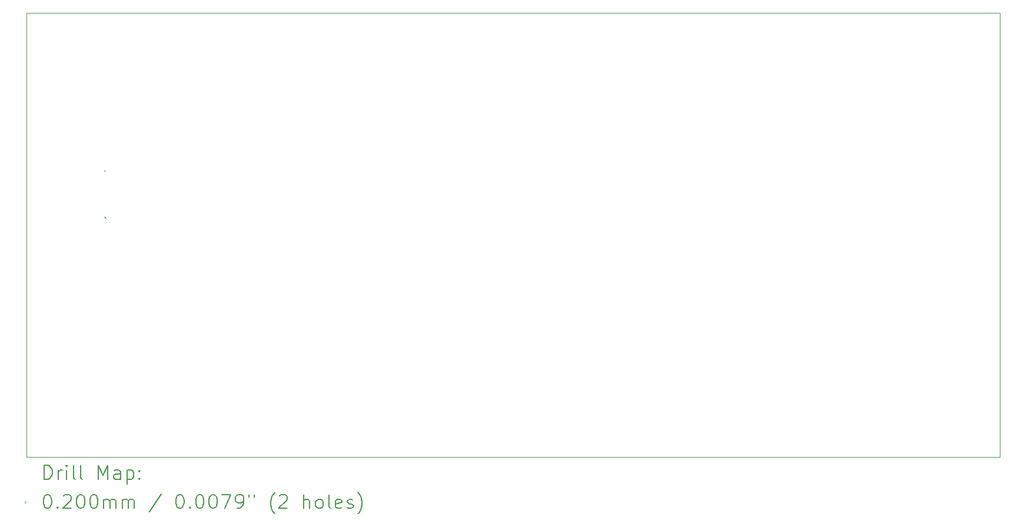
<source format=gbr>
%TF.GenerationSoftware,KiCad,Pcbnew,8.0.6*%
%TF.CreationDate,2025-02-07T02:34:47-05:00*%
%TF.ProjectId,SCAN,5343414e-2e6b-4696-9361-645f70636258,v1.0*%
%TF.SameCoordinates,Original*%
%TF.FileFunction,Drillmap*%
%TF.FilePolarity,Positive*%
%FSLAX45Y45*%
G04 Gerber Fmt 4.5, Leading zero omitted, Abs format (unit mm)*
G04 Created by KiCad (PCBNEW 8.0.6) date 2025-02-07 02:34:47*
%MOMM*%
%LPD*%
G01*
G04 APERTURE LIST*
%ADD10C,0.100000*%
%ADD11C,0.200000*%
G04 APERTURE END LIST*
D10*
X5700000Y-6800000D02*
X19700000Y-6800000D01*
X19700000Y-13200000D01*
X5700000Y-13200000D01*
X5700000Y-6800000D01*
D11*
D10*
X6818000Y-9065000D02*
X6838000Y-9085000D01*
X6838000Y-9065000D02*
X6818000Y-9085000D01*
X6819000Y-9736000D02*
X6839000Y-9756000D01*
X6839000Y-9736000D02*
X6819000Y-9756000D01*
D11*
X5955777Y-13516484D02*
X5955777Y-13316484D01*
X5955777Y-13316484D02*
X6003396Y-13316484D01*
X6003396Y-13316484D02*
X6031967Y-13326008D01*
X6031967Y-13326008D02*
X6051015Y-13345055D01*
X6051015Y-13345055D02*
X6060539Y-13364103D01*
X6060539Y-13364103D02*
X6070062Y-13402198D01*
X6070062Y-13402198D02*
X6070062Y-13430769D01*
X6070062Y-13430769D02*
X6060539Y-13468865D01*
X6060539Y-13468865D02*
X6051015Y-13487912D01*
X6051015Y-13487912D02*
X6031967Y-13506960D01*
X6031967Y-13506960D02*
X6003396Y-13516484D01*
X6003396Y-13516484D02*
X5955777Y-13516484D01*
X6155777Y-13516484D02*
X6155777Y-13383150D01*
X6155777Y-13421246D02*
X6165301Y-13402198D01*
X6165301Y-13402198D02*
X6174824Y-13392674D01*
X6174824Y-13392674D02*
X6193872Y-13383150D01*
X6193872Y-13383150D02*
X6212920Y-13383150D01*
X6279586Y-13516484D02*
X6279586Y-13383150D01*
X6279586Y-13316484D02*
X6270062Y-13326008D01*
X6270062Y-13326008D02*
X6279586Y-13335531D01*
X6279586Y-13335531D02*
X6289110Y-13326008D01*
X6289110Y-13326008D02*
X6279586Y-13316484D01*
X6279586Y-13316484D02*
X6279586Y-13335531D01*
X6403396Y-13516484D02*
X6384348Y-13506960D01*
X6384348Y-13506960D02*
X6374824Y-13487912D01*
X6374824Y-13487912D02*
X6374824Y-13316484D01*
X6508158Y-13516484D02*
X6489110Y-13506960D01*
X6489110Y-13506960D02*
X6479586Y-13487912D01*
X6479586Y-13487912D02*
X6479586Y-13316484D01*
X6736729Y-13516484D02*
X6736729Y-13316484D01*
X6736729Y-13316484D02*
X6803396Y-13459341D01*
X6803396Y-13459341D02*
X6870062Y-13316484D01*
X6870062Y-13316484D02*
X6870062Y-13516484D01*
X7051015Y-13516484D02*
X7051015Y-13411722D01*
X7051015Y-13411722D02*
X7041491Y-13392674D01*
X7041491Y-13392674D02*
X7022443Y-13383150D01*
X7022443Y-13383150D02*
X6984348Y-13383150D01*
X6984348Y-13383150D02*
X6965301Y-13392674D01*
X7051015Y-13506960D02*
X7031967Y-13516484D01*
X7031967Y-13516484D02*
X6984348Y-13516484D01*
X6984348Y-13516484D02*
X6965301Y-13506960D01*
X6965301Y-13506960D02*
X6955777Y-13487912D01*
X6955777Y-13487912D02*
X6955777Y-13468865D01*
X6955777Y-13468865D02*
X6965301Y-13449817D01*
X6965301Y-13449817D02*
X6984348Y-13440293D01*
X6984348Y-13440293D02*
X7031967Y-13440293D01*
X7031967Y-13440293D02*
X7051015Y-13430769D01*
X7146253Y-13383150D02*
X7146253Y-13583150D01*
X7146253Y-13392674D02*
X7165301Y-13383150D01*
X7165301Y-13383150D02*
X7203396Y-13383150D01*
X7203396Y-13383150D02*
X7222443Y-13392674D01*
X7222443Y-13392674D02*
X7231967Y-13402198D01*
X7231967Y-13402198D02*
X7241491Y-13421246D01*
X7241491Y-13421246D02*
X7241491Y-13478388D01*
X7241491Y-13478388D02*
X7231967Y-13497436D01*
X7231967Y-13497436D02*
X7222443Y-13506960D01*
X7222443Y-13506960D02*
X7203396Y-13516484D01*
X7203396Y-13516484D02*
X7165301Y-13516484D01*
X7165301Y-13516484D02*
X7146253Y-13506960D01*
X7327205Y-13497436D02*
X7336729Y-13506960D01*
X7336729Y-13506960D02*
X7327205Y-13516484D01*
X7327205Y-13516484D02*
X7317682Y-13506960D01*
X7317682Y-13506960D02*
X7327205Y-13497436D01*
X7327205Y-13497436D02*
X7327205Y-13516484D01*
X7327205Y-13392674D02*
X7336729Y-13402198D01*
X7336729Y-13402198D02*
X7327205Y-13411722D01*
X7327205Y-13411722D02*
X7317682Y-13402198D01*
X7317682Y-13402198D02*
X7327205Y-13392674D01*
X7327205Y-13392674D02*
X7327205Y-13411722D01*
D10*
X5675000Y-13835000D02*
X5695000Y-13855000D01*
X5695000Y-13835000D02*
X5675000Y-13855000D01*
D11*
X5993872Y-13736484D02*
X6012920Y-13736484D01*
X6012920Y-13736484D02*
X6031967Y-13746008D01*
X6031967Y-13746008D02*
X6041491Y-13755531D01*
X6041491Y-13755531D02*
X6051015Y-13774579D01*
X6051015Y-13774579D02*
X6060539Y-13812674D01*
X6060539Y-13812674D02*
X6060539Y-13860293D01*
X6060539Y-13860293D02*
X6051015Y-13898388D01*
X6051015Y-13898388D02*
X6041491Y-13917436D01*
X6041491Y-13917436D02*
X6031967Y-13926960D01*
X6031967Y-13926960D02*
X6012920Y-13936484D01*
X6012920Y-13936484D02*
X5993872Y-13936484D01*
X5993872Y-13936484D02*
X5974824Y-13926960D01*
X5974824Y-13926960D02*
X5965301Y-13917436D01*
X5965301Y-13917436D02*
X5955777Y-13898388D01*
X5955777Y-13898388D02*
X5946253Y-13860293D01*
X5946253Y-13860293D02*
X5946253Y-13812674D01*
X5946253Y-13812674D02*
X5955777Y-13774579D01*
X5955777Y-13774579D02*
X5965301Y-13755531D01*
X5965301Y-13755531D02*
X5974824Y-13746008D01*
X5974824Y-13746008D02*
X5993872Y-13736484D01*
X6146253Y-13917436D02*
X6155777Y-13926960D01*
X6155777Y-13926960D02*
X6146253Y-13936484D01*
X6146253Y-13936484D02*
X6136729Y-13926960D01*
X6136729Y-13926960D02*
X6146253Y-13917436D01*
X6146253Y-13917436D02*
X6146253Y-13936484D01*
X6231967Y-13755531D02*
X6241491Y-13746008D01*
X6241491Y-13746008D02*
X6260539Y-13736484D01*
X6260539Y-13736484D02*
X6308158Y-13736484D01*
X6308158Y-13736484D02*
X6327205Y-13746008D01*
X6327205Y-13746008D02*
X6336729Y-13755531D01*
X6336729Y-13755531D02*
X6346253Y-13774579D01*
X6346253Y-13774579D02*
X6346253Y-13793627D01*
X6346253Y-13793627D02*
X6336729Y-13822198D01*
X6336729Y-13822198D02*
X6222443Y-13936484D01*
X6222443Y-13936484D02*
X6346253Y-13936484D01*
X6470062Y-13736484D02*
X6489110Y-13736484D01*
X6489110Y-13736484D02*
X6508158Y-13746008D01*
X6508158Y-13746008D02*
X6517682Y-13755531D01*
X6517682Y-13755531D02*
X6527205Y-13774579D01*
X6527205Y-13774579D02*
X6536729Y-13812674D01*
X6536729Y-13812674D02*
X6536729Y-13860293D01*
X6536729Y-13860293D02*
X6527205Y-13898388D01*
X6527205Y-13898388D02*
X6517682Y-13917436D01*
X6517682Y-13917436D02*
X6508158Y-13926960D01*
X6508158Y-13926960D02*
X6489110Y-13936484D01*
X6489110Y-13936484D02*
X6470062Y-13936484D01*
X6470062Y-13936484D02*
X6451015Y-13926960D01*
X6451015Y-13926960D02*
X6441491Y-13917436D01*
X6441491Y-13917436D02*
X6431967Y-13898388D01*
X6431967Y-13898388D02*
X6422443Y-13860293D01*
X6422443Y-13860293D02*
X6422443Y-13812674D01*
X6422443Y-13812674D02*
X6431967Y-13774579D01*
X6431967Y-13774579D02*
X6441491Y-13755531D01*
X6441491Y-13755531D02*
X6451015Y-13746008D01*
X6451015Y-13746008D02*
X6470062Y-13736484D01*
X6660539Y-13736484D02*
X6679586Y-13736484D01*
X6679586Y-13736484D02*
X6698634Y-13746008D01*
X6698634Y-13746008D02*
X6708158Y-13755531D01*
X6708158Y-13755531D02*
X6717682Y-13774579D01*
X6717682Y-13774579D02*
X6727205Y-13812674D01*
X6727205Y-13812674D02*
X6727205Y-13860293D01*
X6727205Y-13860293D02*
X6717682Y-13898388D01*
X6717682Y-13898388D02*
X6708158Y-13917436D01*
X6708158Y-13917436D02*
X6698634Y-13926960D01*
X6698634Y-13926960D02*
X6679586Y-13936484D01*
X6679586Y-13936484D02*
X6660539Y-13936484D01*
X6660539Y-13936484D02*
X6641491Y-13926960D01*
X6641491Y-13926960D02*
X6631967Y-13917436D01*
X6631967Y-13917436D02*
X6622443Y-13898388D01*
X6622443Y-13898388D02*
X6612920Y-13860293D01*
X6612920Y-13860293D02*
X6612920Y-13812674D01*
X6612920Y-13812674D02*
X6622443Y-13774579D01*
X6622443Y-13774579D02*
X6631967Y-13755531D01*
X6631967Y-13755531D02*
X6641491Y-13746008D01*
X6641491Y-13746008D02*
X6660539Y-13736484D01*
X6812920Y-13936484D02*
X6812920Y-13803150D01*
X6812920Y-13822198D02*
X6822443Y-13812674D01*
X6822443Y-13812674D02*
X6841491Y-13803150D01*
X6841491Y-13803150D02*
X6870063Y-13803150D01*
X6870063Y-13803150D02*
X6889110Y-13812674D01*
X6889110Y-13812674D02*
X6898634Y-13831722D01*
X6898634Y-13831722D02*
X6898634Y-13936484D01*
X6898634Y-13831722D02*
X6908158Y-13812674D01*
X6908158Y-13812674D02*
X6927205Y-13803150D01*
X6927205Y-13803150D02*
X6955777Y-13803150D01*
X6955777Y-13803150D02*
X6974824Y-13812674D01*
X6974824Y-13812674D02*
X6984348Y-13831722D01*
X6984348Y-13831722D02*
X6984348Y-13936484D01*
X7079586Y-13936484D02*
X7079586Y-13803150D01*
X7079586Y-13822198D02*
X7089110Y-13812674D01*
X7089110Y-13812674D02*
X7108158Y-13803150D01*
X7108158Y-13803150D02*
X7136729Y-13803150D01*
X7136729Y-13803150D02*
X7155777Y-13812674D01*
X7155777Y-13812674D02*
X7165301Y-13831722D01*
X7165301Y-13831722D02*
X7165301Y-13936484D01*
X7165301Y-13831722D02*
X7174824Y-13812674D01*
X7174824Y-13812674D02*
X7193872Y-13803150D01*
X7193872Y-13803150D02*
X7222443Y-13803150D01*
X7222443Y-13803150D02*
X7241491Y-13812674D01*
X7241491Y-13812674D02*
X7251015Y-13831722D01*
X7251015Y-13831722D02*
X7251015Y-13936484D01*
X7641491Y-13726960D02*
X7470063Y-13984103D01*
X7898634Y-13736484D02*
X7917682Y-13736484D01*
X7917682Y-13736484D02*
X7936729Y-13746008D01*
X7936729Y-13746008D02*
X7946253Y-13755531D01*
X7946253Y-13755531D02*
X7955777Y-13774579D01*
X7955777Y-13774579D02*
X7965301Y-13812674D01*
X7965301Y-13812674D02*
X7965301Y-13860293D01*
X7965301Y-13860293D02*
X7955777Y-13898388D01*
X7955777Y-13898388D02*
X7946253Y-13917436D01*
X7946253Y-13917436D02*
X7936729Y-13926960D01*
X7936729Y-13926960D02*
X7917682Y-13936484D01*
X7917682Y-13936484D02*
X7898634Y-13936484D01*
X7898634Y-13936484D02*
X7879586Y-13926960D01*
X7879586Y-13926960D02*
X7870063Y-13917436D01*
X7870063Y-13917436D02*
X7860539Y-13898388D01*
X7860539Y-13898388D02*
X7851015Y-13860293D01*
X7851015Y-13860293D02*
X7851015Y-13812674D01*
X7851015Y-13812674D02*
X7860539Y-13774579D01*
X7860539Y-13774579D02*
X7870063Y-13755531D01*
X7870063Y-13755531D02*
X7879586Y-13746008D01*
X7879586Y-13746008D02*
X7898634Y-13736484D01*
X8051015Y-13917436D02*
X8060539Y-13926960D01*
X8060539Y-13926960D02*
X8051015Y-13936484D01*
X8051015Y-13936484D02*
X8041491Y-13926960D01*
X8041491Y-13926960D02*
X8051015Y-13917436D01*
X8051015Y-13917436D02*
X8051015Y-13936484D01*
X8184348Y-13736484D02*
X8203396Y-13736484D01*
X8203396Y-13736484D02*
X8222444Y-13746008D01*
X8222444Y-13746008D02*
X8231967Y-13755531D01*
X8231967Y-13755531D02*
X8241491Y-13774579D01*
X8241491Y-13774579D02*
X8251015Y-13812674D01*
X8251015Y-13812674D02*
X8251015Y-13860293D01*
X8251015Y-13860293D02*
X8241491Y-13898388D01*
X8241491Y-13898388D02*
X8231967Y-13917436D01*
X8231967Y-13917436D02*
X8222444Y-13926960D01*
X8222444Y-13926960D02*
X8203396Y-13936484D01*
X8203396Y-13936484D02*
X8184348Y-13936484D01*
X8184348Y-13936484D02*
X8165301Y-13926960D01*
X8165301Y-13926960D02*
X8155777Y-13917436D01*
X8155777Y-13917436D02*
X8146253Y-13898388D01*
X8146253Y-13898388D02*
X8136729Y-13860293D01*
X8136729Y-13860293D02*
X8136729Y-13812674D01*
X8136729Y-13812674D02*
X8146253Y-13774579D01*
X8146253Y-13774579D02*
X8155777Y-13755531D01*
X8155777Y-13755531D02*
X8165301Y-13746008D01*
X8165301Y-13746008D02*
X8184348Y-13736484D01*
X8374825Y-13736484D02*
X8393872Y-13736484D01*
X8393872Y-13736484D02*
X8412920Y-13746008D01*
X8412920Y-13746008D02*
X8422444Y-13755531D01*
X8422444Y-13755531D02*
X8431968Y-13774579D01*
X8431968Y-13774579D02*
X8441491Y-13812674D01*
X8441491Y-13812674D02*
X8441491Y-13860293D01*
X8441491Y-13860293D02*
X8431968Y-13898388D01*
X8431968Y-13898388D02*
X8422444Y-13917436D01*
X8422444Y-13917436D02*
X8412920Y-13926960D01*
X8412920Y-13926960D02*
X8393872Y-13936484D01*
X8393872Y-13936484D02*
X8374825Y-13936484D01*
X8374825Y-13936484D02*
X8355777Y-13926960D01*
X8355777Y-13926960D02*
X8346253Y-13917436D01*
X8346253Y-13917436D02*
X8336729Y-13898388D01*
X8336729Y-13898388D02*
X8327206Y-13860293D01*
X8327206Y-13860293D02*
X8327206Y-13812674D01*
X8327206Y-13812674D02*
X8336729Y-13774579D01*
X8336729Y-13774579D02*
X8346253Y-13755531D01*
X8346253Y-13755531D02*
X8355777Y-13746008D01*
X8355777Y-13746008D02*
X8374825Y-13736484D01*
X8508158Y-13736484D02*
X8641491Y-13736484D01*
X8641491Y-13736484D02*
X8555777Y-13936484D01*
X8727206Y-13936484D02*
X8765301Y-13936484D01*
X8765301Y-13936484D02*
X8784349Y-13926960D01*
X8784349Y-13926960D02*
X8793872Y-13917436D01*
X8793872Y-13917436D02*
X8812920Y-13888865D01*
X8812920Y-13888865D02*
X8822444Y-13850769D01*
X8822444Y-13850769D02*
X8822444Y-13774579D01*
X8822444Y-13774579D02*
X8812920Y-13755531D01*
X8812920Y-13755531D02*
X8803396Y-13746008D01*
X8803396Y-13746008D02*
X8784349Y-13736484D01*
X8784349Y-13736484D02*
X8746253Y-13736484D01*
X8746253Y-13736484D02*
X8727206Y-13746008D01*
X8727206Y-13746008D02*
X8717682Y-13755531D01*
X8717682Y-13755531D02*
X8708158Y-13774579D01*
X8708158Y-13774579D02*
X8708158Y-13822198D01*
X8708158Y-13822198D02*
X8717682Y-13841246D01*
X8717682Y-13841246D02*
X8727206Y-13850769D01*
X8727206Y-13850769D02*
X8746253Y-13860293D01*
X8746253Y-13860293D02*
X8784349Y-13860293D01*
X8784349Y-13860293D02*
X8803396Y-13850769D01*
X8803396Y-13850769D02*
X8812920Y-13841246D01*
X8812920Y-13841246D02*
X8822444Y-13822198D01*
X8898634Y-13736484D02*
X8898634Y-13774579D01*
X8974825Y-13736484D02*
X8974825Y-13774579D01*
X9270063Y-14012674D02*
X9260539Y-14003150D01*
X9260539Y-14003150D02*
X9241491Y-13974579D01*
X9241491Y-13974579D02*
X9231968Y-13955531D01*
X9231968Y-13955531D02*
X9222444Y-13926960D01*
X9222444Y-13926960D02*
X9212920Y-13879341D01*
X9212920Y-13879341D02*
X9212920Y-13841246D01*
X9212920Y-13841246D02*
X9222444Y-13793627D01*
X9222444Y-13793627D02*
X9231968Y-13765055D01*
X9231968Y-13765055D02*
X9241491Y-13746008D01*
X9241491Y-13746008D02*
X9260539Y-13717436D01*
X9260539Y-13717436D02*
X9270063Y-13707912D01*
X9336730Y-13755531D02*
X9346253Y-13746008D01*
X9346253Y-13746008D02*
X9365301Y-13736484D01*
X9365301Y-13736484D02*
X9412920Y-13736484D01*
X9412920Y-13736484D02*
X9431968Y-13746008D01*
X9431968Y-13746008D02*
X9441491Y-13755531D01*
X9441491Y-13755531D02*
X9451015Y-13774579D01*
X9451015Y-13774579D02*
X9451015Y-13793627D01*
X9451015Y-13793627D02*
X9441491Y-13822198D01*
X9441491Y-13822198D02*
X9327206Y-13936484D01*
X9327206Y-13936484D02*
X9451015Y-13936484D01*
X9689111Y-13936484D02*
X9689111Y-13736484D01*
X9774825Y-13936484D02*
X9774825Y-13831722D01*
X9774825Y-13831722D02*
X9765301Y-13812674D01*
X9765301Y-13812674D02*
X9746253Y-13803150D01*
X9746253Y-13803150D02*
X9717682Y-13803150D01*
X9717682Y-13803150D02*
X9698634Y-13812674D01*
X9698634Y-13812674D02*
X9689111Y-13822198D01*
X9898634Y-13936484D02*
X9879587Y-13926960D01*
X9879587Y-13926960D02*
X9870063Y-13917436D01*
X9870063Y-13917436D02*
X9860539Y-13898388D01*
X9860539Y-13898388D02*
X9860539Y-13841246D01*
X9860539Y-13841246D02*
X9870063Y-13822198D01*
X9870063Y-13822198D02*
X9879587Y-13812674D01*
X9879587Y-13812674D02*
X9898634Y-13803150D01*
X9898634Y-13803150D02*
X9927206Y-13803150D01*
X9927206Y-13803150D02*
X9946253Y-13812674D01*
X9946253Y-13812674D02*
X9955777Y-13822198D01*
X9955777Y-13822198D02*
X9965301Y-13841246D01*
X9965301Y-13841246D02*
X9965301Y-13898388D01*
X9965301Y-13898388D02*
X9955777Y-13917436D01*
X9955777Y-13917436D02*
X9946253Y-13926960D01*
X9946253Y-13926960D02*
X9927206Y-13936484D01*
X9927206Y-13936484D02*
X9898634Y-13936484D01*
X10079587Y-13936484D02*
X10060539Y-13926960D01*
X10060539Y-13926960D02*
X10051015Y-13907912D01*
X10051015Y-13907912D02*
X10051015Y-13736484D01*
X10231968Y-13926960D02*
X10212920Y-13936484D01*
X10212920Y-13936484D02*
X10174825Y-13936484D01*
X10174825Y-13936484D02*
X10155777Y-13926960D01*
X10155777Y-13926960D02*
X10146253Y-13907912D01*
X10146253Y-13907912D02*
X10146253Y-13831722D01*
X10146253Y-13831722D02*
X10155777Y-13812674D01*
X10155777Y-13812674D02*
X10174825Y-13803150D01*
X10174825Y-13803150D02*
X10212920Y-13803150D01*
X10212920Y-13803150D02*
X10231968Y-13812674D01*
X10231968Y-13812674D02*
X10241492Y-13831722D01*
X10241492Y-13831722D02*
X10241492Y-13850769D01*
X10241492Y-13850769D02*
X10146253Y-13869817D01*
X10317682Y-13926960D02*
X10336730Y-13936484D01*
X10336730Y-13936484D02*
X10374825Y-13936484D01*
X10374825Y-13936484D02*
X10393873Y-13926960D01*
X10393873Y-13926960D02*
X10403396Y-13907912D01*
X10403396Y-13907912D02*
X10403396Y-13898388D01*
X10403396Y-13898388D02*
X10393873Y-13879341D01*
X10393873Y-13879341D02*
X10374825Y-13869817D01*
X10374825Y-13869817D02*
X10346253Y-13869817D01*
X10346253Y-13869817D02*
X10327206Y-13860293D01*
X10327206Y-13860293D02*
X10317682Y-13841246D01*
X10317682Y-13841246D02*
X10317682Y-13831722D01*
X10317682Y-13831722D02*
X10327206Y-13812674D01*
X10327206Y-13812674D02*
X10346253Y-13803150D01*
X10346253Y-13803150D02*
X10374825Y-13803150D01*
X10374825Y-13803150D02*
X10393873Y-13812674D01*
X10470063Y-14012674D02*
X10479587Y-14003150D01*
X10479587Y-14003150D02*
X10498634Y-13974579D01*
X10498634Y-13974579D02*
X10508158Y-13955531D01*
X10508158Y-13955531D02*
X10517682Y-13926960D01*
X10517682Y-13926960D02*
X10527206Y-13879341D01*
X10527206Y-13879341D02*
X10527206Y-13841246D01*
X10527206Y-13841246D02*
X10517682Y-13793627D01*
X10517682Y-13793627D02*
X10508158Y-13765055D01*
X10508158Y-13765055D02*
X10498634Y-13746008D01*
X10498634Y-13746008D02*
X10479587Y-13717436D01*
X10479587Y-13717436D02*
X10470063Y-13707912D01*
M02*

</source>
